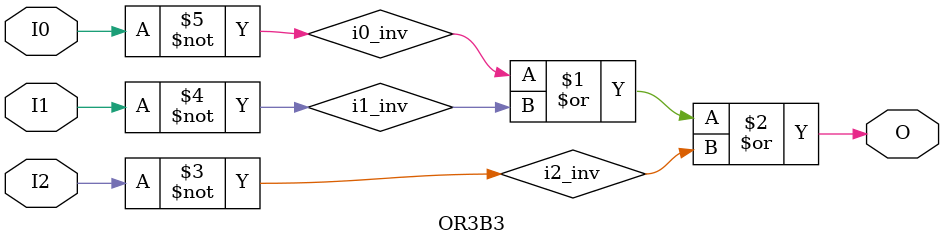
<source format=v>

`timescale  1 ps / 1 ps

`celldefine

module OR3B3 (O, I0, I1, I2);


    output O;

    input  I0, I1, I2;

    wire i0_inv;
    wire i1_inv;
    wire i2_inv;

    not N2 (i2_inv, I2);
    not N1 (i1_inv, I1);
    not N0 (i0_inv, I0);
    or O1 (O, i0_inv, i1_inv, i2_inv);

    specify
	(I0 *> O) = (0, 0);
	(I1 *> O) = (0, 0);
	(I2 *> O) = (0, 0);
    endspecify

endmodule

`endcelldefine

</source>
